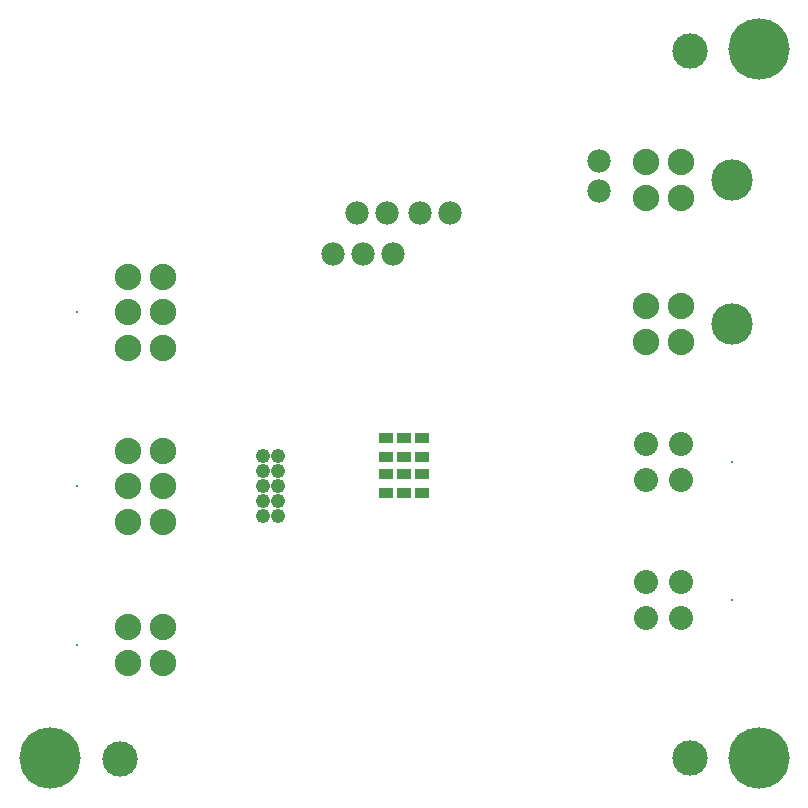
<source format=gbs>
G04*
G04 #@! TF.GenerationSoftware,Altium Limited,Altium Designer,20.1.14 (287)*
G04*
G04 Layer_Color=16711935*
%FSLAX25Y25*%
%MOIN*%
G70*
G04*
G04 #@! TF.SameCoordinates,9EA74FF0-E2A0-47AC-9F38-8029312ED962*
G04*
G04*
G04 #@! TF.FilePolarity,Negative*
G04*
G01*
G75*
%ADD21C,0.11811*%
%ADD22R,0.04800X0.03800*%
%ADD33C,0.08800*%
%ADD34C,0.00800*%
%ADD35C,0.20472*%
%ADD36C,0.04800*%
%ADD37C,0.13811*%
%ADD38C,0.07800*%
%ADD57C,0.08000*%
D21*
X575000Y151500D02*
D03*
Y387000D02*
D03*
X385000Y151000D02*
D03*
D22*
X485500Y258124D02*
D03*
Y251876D02*
D03*
Y239876D02*
D03*
Y246124D02*
D03*
X479500Y258124D02*
D03*
Y251876D02*
D03*
X473500Y258124D02*
D03*
Y251876D02*
D03*
X479500Y239876D02*
D03*
Y246124D02*
D03*
X473500Y239876D02*
D03*
Y246124D02*
D03*
D33*
X387500Y311811D02*
D03*
X399319D02*
D03*
Y300000D02*
D03*
Y288189D02*
D03*
X387500Y300000D02*
D03*
X387500Y288189D02*
D03*
X387500Y230189D02*
D03*
X387500Y242000D02*
D03*
X399319Y230189D02*
D03*
Y242000D02*
D03*
Y253811D02*
D03*
X387500Y253811D02*
D03*
X399319Y194905D02*
D03*
Y183095D02*
D03*
X387500Y194905D02*
D03*
X387500Y183095D02*
D03*
X560181Y338094D02*
D03*
Y349905D02*
D03*
X572000Y338094D02*
D03*
Y349905D02*
D03*
X560181Y290094D02*
D03*
Y301905D02*
D03*
X572000Y290094D02*
D03*
X572000Y301905D02*
D03*
D34*
X370500Y300000D02*
D03*
Y242000D02*
D03*
Y189000D02*
D03*
X589000Y250000D02*
D03*
Y204000D02*
D03*
D35*
X597860Y387610D02*
D03*
Y151390D02*
D03*
X361640D02*
D03*
D36*
X437500Y242000D02*
D03*
X432500D02*
D03*
Y247000D02*
D03*
X437500D02*
D03*
Y252000D02*
D03*
X432500D02*
D03*
Y237000D02*
D03*
X437500D02*
D03*
Y232000D02*
D03*
X432500D02*
D03*
D37*
X589000Y344000D02*
D03*
Y296000D02*
D03*
D38*
X456000Y319500D02*
D03*
X476000D02*
D03*
X466000D02*
D03*
X474000Y333000D02*
D03*
X464000D02*
D03*
X485000D02*
D03*
X495000D02*
D03*
X544500Y350500D02*
D03*
Y340500D02*
D03*
D57*
X560181Y244094D02*
D03*
Y255906D02*
D03*
X572000Y244094D02*
D03*
Y255906D02*
D03*
X560181Y198094D02*
D03*
Y209906D02*
D03*
X572000Y198094D02*
D03*
Y209906D02*
D03*
M02*

</source>
